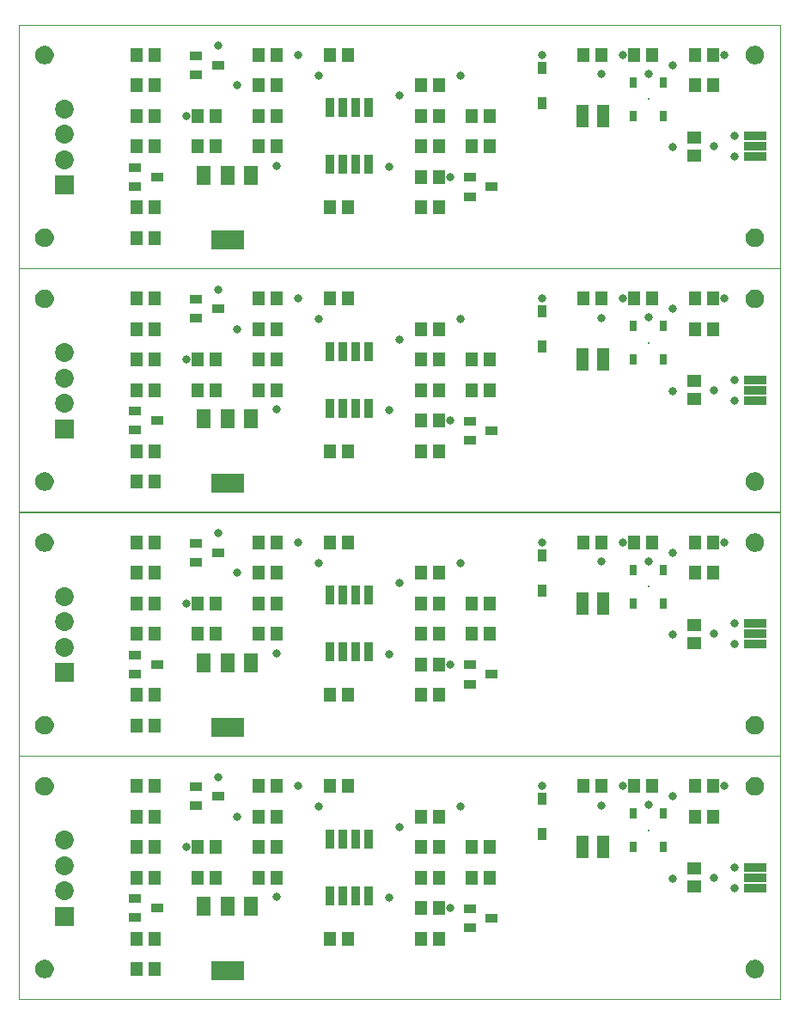
<source format=gts>
G04 Layer_Color=8388736*
%FSLAX25Y25*%
%MOIN*%
G70*
G01*
G75*
%ADD22C,0.00100*%
%ADD27R,0.03300X0.07800*%
%ADD28R,0.02500X0.04000*%
%ADD29P,0.00974X8X22.5*%
%ADD30R,0.12600X0.07300*%
%ADD31R,0.05300X0.07300*%
%ADD32R,0.04800X0.03300*%
%ADD33R,0.05800X0.04800*%
%ADD34R,0.04800X0.05800*%
%ADD35R,0.03400X0.04600*%
%ADD36R,0.04800X0.08800*%
%ADD37R,0.07300X0.07300*%
%ADD38C,0.07300*%
%ADD39R,0.08800X0.03200*%
%ADD40C,0.03200*%
G36*
X723493Y452286D02*
X724149Y452014D01*
X724740Y451620D01*
X725242Y451118D01*
X725636Y450527D01*
X725908Y449871D01*
X726047Y449174D01*
Y448819D01*
Y448464D01*
X725908Y447767D01*
X725636Y447111D01*
X725242Y446520D01*
X724740Y446018D01*
X724149Y445623D01*
X723493Y445352D01*
X722796Y445213D01*
X722086D01*
X721389Y445352D01*
X720733Y445623D01*
X720142Y446018D01*
X719640Y446520D01*
X719245Y447111D01*
X718974Y447767D01*
X718835Y448464D01*
Y448819D01*
Y449174D01*
X718974Y449871D01*
X719245Y450527D01*
X719640Y451118D01*
X720142Y451620D01*
X720733Y452014D01*
X721389Y452286D01*
X722086Y452425D01*
X722796D01*
X723493Y452286D01*
D02*
G37*
G36*
X447902D02*
X448558Y452014D01*
X449149Y451620D01*
X449651Y451118D01*
X450046Y450527D01*
X450318Y449871D01*
X450456Y449174D01*
Y448819D01*
Y448464D01*
X450318Y447767D01*
X450046Y447111D01*
X449651Y446520D01*
X449149Y446018D01*
X448558Y445623D01*
X447902Y445352D01*
X447205Y445213D01*
X446495D01*
X445799Y445352D01*
X445142Y445623D01*
X444552Y446018D01*
X444050Y446520D01*
X443655Y447111D01*
X443383Y447767D01*
X443245Y448464D01*
Y448819D01*
Y449174D01*
X443383Y449871D01*
X443655Y450527D01*
X444050Y451118D01*
X444552Y451620D01*
X445142Y452014D01*
X445799Y452286D01*
X446495Y452425D01*
X447205D01*
X447902Y452286D01*
D02*
G37*
G36*
X723493Y381420D02*
X724149Y381148D01*
X724740Y380754D01*
X725242Y380251D01*
X725636Y379661D01*
X725908Y379005D01*
X726047Y378308D01*
Y377953D01*
Y377598D01*
X725908Y376901D01*
X725636Y376245D01*
X725242Y375654D01*
X724740Y375152D01*
X724149Y374757D01*
X723493Y374485D01*
X722796Y374347D01*
X722086D01*
X721389Y374485D01*
X720733Y374757D01*
X720142Y375152D01*
X719640Y375654D01*
X719245Y376245D01*
X718974Y376901D01*
X718835Y377598D01*
Y377953D01*
Y378308D01*
X718974Y379005D01*
X719245Y379661D01*
X719640Y380251D01*
X720142Y380754D01*
X720733Y381148D01*
X721389Y381420D01*
X722086Y381559D01*
X722796D01*
X723493Y381420D01*
D02*
G37*
G36*
X447902D02*
X448558Y381148D01*
X449149Y380754D01*
X449651Y380251D01*
X450046Y379661D01*
X450318Y379005D01*
X450456Y378308D01*
Y377953D01*
Y377598D01*
X450318Y376901D01*
X450046Y376245D01*
X449651Y375654D01*
X449149Y375152D01*
X448558Y374757D01*
X447902Y374485D01*
X447205Y374347D01*
X446495D01*
X445799Y374485D01*
X445142Y374757D01*
X444552Y375152D01*
X444050Y375654D01*
X443655Y376245D01*
X443383Y376901D01*
X443245Y377598D01*
Y377953D01*
Y378308D01*
X443383Y379005D01*
X443655Y379661D01*
X444050Y380251D01*
X444552Y380754D01*
X445142Y381148D01*
X445799Y381420D01*
X446495Y381559D01*
X447205D01*
X447902Y381420D01*
D02*
G37*
G36*
X723493Y357786D02*
X724149Y357514D01*
X724740Y357120D01*
X725242Y356617D01*
X725636Y356027D01*
X725908Y355371D01*
X726047Y354674D01*
Y354319D01*
Y353964D01*
X725908Y353267D01*
X725636Y352611D01*
X725242Y352020D01*
X724740Y351518D01*
X724149Y351123D01*
X723493Y350852D01*
X722796Y350713D01*
X722086D01*
X721389Y350852D01*
X720733Y351123D01*
X720142Y351518D01*
X719640Y352020D01*
X719245Y352611D01*
X718974Y353267D01*
X718835Y353964D01*
Y354319D01*
Y354674D01*
X718974Y355371D01*
X719245Y356027D01*
X719640Y356617D01*
X720142Y357120D01*
X720733Y357514D01*
X721389Y357786D01*
X722086Y357925D01*
X722796D01*
X723493Y357786D01*
D02*
G37*
G36*
X447902D02*
X448558Y357514D01*
X449149Y357120D01*
X449651Y356617D01*
X450046Y356027D01*
X450318Y355371D01*
X450456Y354674D01*
Y354319D01*
Y353964D01*
X450318Y353267D01*
X450046Y352611D01*
X449651Y352020D01*
X449149Y351518D01*
X448558Y351123D01*
X447902Y350852D01*
X447205Y350713D01*
X446495D01*
X445799Y350852D01*
X445142Y351123D01*
X444552Y351518D01*
X444050Y352020D01*
X443655Y352611D01*
X443383Y353267D01*
X443245Y353964D01*
Y354319D01*
Y354674D01*
X443383Y355371D01*
X443655Y356027D01*
X444050Y356617D01*
X444552Y357120D01*
X445142Y357514D01*
X445799Y357786D01*
X446495Y357925D01*
X447205D01*
X447902Y357786D01*
D02*
G37*
G36*
X723493Y286920D02*
X724149Y286648D01*
X724740Y286254D01*
X725242Y285751D01*
X725636Y285161D01*
X725908Y284505D01*
X726047Y283808D01*
Y283453D01*
Y283098D01*
X725908Y282401D01*
X725636Y281745D01*
X725242Y281154D01*
X724740Y280652D01*
X724149Y280257D01*
X723493Y279985D01*
X722796Y279847D01*
X722086D01*
X721389Y279985D01*
X720733Y280257D01*
X720142Y280652D01*
X719640Y281154D01*
X719245Y281745D01*
X718974Y282401D01*
X718835Y283098D01*
Y283453D01*
Y283808D01*
X718974Y284505D01*
X719245Y285161D01*
X719640Y285751D01*
X720142Y286254D01*
X720733Y286648D01*
X721389Y286920D01*
X722086Y287059D01*
X722796D01*
X723493Y286920D01*
D02*
G37*
G36*
X447902D02*
X448558Y286648D01*
X449149Y286254D01*
X449651Y285751D01*
X450046Y285161D01*
X450318Y284505D01*
X450456Y283808D01*
Y283453D01*
Y283098D01*
X450318Y282401D01*
X450046Y281745D01*
X449651Y281154D01*
X449149Y280652D01*
X448558Y280257D01*
X447902Y279985D01*
X447205Y279847D01*
X446495D01*
X445799Y279985D01*
X445142Y280257D01*
X444552Y280652D01*
X444050Y281154D01*
X443655Y281745D01*
X443383Y282401D01*
X443245Y283098D01*
Y283453D01*
Y283808D01*
X443383Y284505D01*
X443655Y285161D01*
X444050Y285751D01*
X444552Y286254D01*
X445142Y286648D01*
X445799Y286920D01*
X446495Y287059D01*
X447205D01*
X447902Y286920D01*
D02*
G37*
G36*
X723493Y263286D02*
X724149Y263014D01*
X724740Y262620D01*
X725242Y262118D01*
X725636Y261527D01*
X725908Y260871D01*
X726047Y260174D01*
Y259819D01*
Y259464D01*
X725908Y258767D01*
X725636Y258111D01*
X725242Y257520D01*
X724740Y257018D01*
X724149Y256623D01*
X723493Y256352D01*
X722796Y256213D01*
X722086D01*
X721389Y256352D01*
X720733Y256623D01*
X720142Y257018D01*
X719640Y257520D01*
X719245Y258111D01*
X718974Y258767D01*
X718835Y259464D01*
Y259819D01*
Y260174D01*
X718974Y260871D01*
X719245Y261527D01*
X719640Y262118D01*
X720142Y262620D01*
X720733Y263014D01*
X721389Y263286D01*
X722086Y263425D01*
X722796D01*
X723493Y263286D01*
D02*
G37*
G36*
X447902D02*
X448558Y263014D01*
X449149Y262620D01*
X449651Y262118D01*
X450046Y261527D01*
X450318Y260871D01*
X450456Y260174D01*
Y259819D01*
Y259464D01*
X450318Y258767D01*
X450046Y258111D01*
X449651Y257520D01*
X449149Y257018D01*
X448558Y256623D01*
X447902Y256352D01*
X447205Y256213D01*
X446495D01*
X445799Y256352D01*
X445142Y256623D01*
X444552Y257018D01*
X444050Y257520D01*
X443655Y258111D01*
X443383Y258767D01*
X443245Y259464D01*
Y259819D01*
Y260174D01*
X443383Y260871D01*
X443655Y261527D01*
X444050Y262118D01*
X444552Y262620D01*
X445142Y263014D01*
X445799Y263286D01*
X446495Y263425D01*
X447205D01*
X447902Y263286D01*
D02*
G37*
G36*
X723493Y192420D02*
X724149Y192148D01*
X724740Y191754D01*
X725242Y191251D01*
X725636Y190661D01*
X725908Y190005D01*
X726047Y189308D01*
Y188953D01*
Y188598D01*
X725908Y187901D01*
X725636Y187245D01*
X725242Y186654D01*
X724740Y186152D01*
X724149Y185757D01*
X723493Y185485D01*
X722796Y185347D01*
X722086D01*
X721389Y185485D01*
X720733Y185757D01*
X720142Y186152D01*
X719640Y186654D01*
X719245Y187245D01*
X718974Y187901D01*
X718835Y188598D01*
Y188953D01*
Y189308D01*
X718974Y190005D01*
X719245Y190661D01*
X719640Y191251D01*
X720142Y191754D01*
X720733Y192148D01*
X721389Y192420D01*
X722086Y192559D01*
X722796D01*
X723493Y192420D01*
D02*
G37*
G36*
X447902D02*
X448558Y192148D01*
X449149Y191754D01*
X449651Y191251D01*
X450046Y190661D01*
X450318Y190005D01*
X450456Y189308D01*
Y188953D01*
Y188598D01*
X450318Y187901D01*
X450046Y187245D01*
X449651Y186654D01*
X449149Y186152D01*
X448558Y185757D01*
X447902Y185485D01*
X447205Y185347D01*
X446495D01*
X445799Y185485D01*
X445142Y185757D01*
X444552Y186152D01*
X444050Y186654D01*
X443655Y187245D01*
X443383Y187901D01*
X443245Y188598D01*
Y188953D01*
Y189308D01*
X443383Y190005D01*
X443655Y190661D01*
X444050Y191251D01*
X444552Y191754D01*
X445142Y192148D01*
X445799Y192420D01*
X446495Y192559D01*
X447205D01*
X447902Y192420D01*
D02*
G37*
G36*
X723493Y168786D02*
X724149Y168514D01*
X724740Y168120D01*
X725242Y167617D01*
X725636Y167027D01*
X725908Y166371D01*
X726047Y165674D01*
Y165319D01*
Y164964D01*
X725908Y164267D01*
X725636Y163611D01*
X725242Y163020D01*
X724740Y162518D01*
X724149Y162123D01*
X723493Y161852D01*
X722796Y161713D01*
X722086D01*
X721389Y161852D01*
X720733Y162123D01*
X720142Y162518D01*
X719640Y163020D01*
X719245Y163611D01*
X718974Y164267D01*
X718835Y164964D01*
Y165319D01*
Y165674D01*
X718974Y166371D01*
X719245Y167027D01*
X719640Y167617D01*
X720142Y168120D01*
X720733Y168514D01*
X721389Y168786D01*
X722086Y168925D01*
X722796D01*
X723493Y168786D01*
D02*
G37*
G36*
X447902D02*
X448558Y168514D01*
X449149Y168120D01*
X449651Y167617D01*
X450046Y167027D01*
X450318Y166371D01*
X450456Y165674D01*
Y165319D01*
Y164964D01*
X450318Y164267D01*
X450046Y163611D01*
X449651Y163020D01*
X449149Y162518D01*
X448558Y162123D01*
X447902Y161852D01*
X447205Y161713D01*
X446495D01*
X445799Y161852D01*
X445142Y162123D01*
X444552Y162518D01*
X444050Y163020D01*
X443655Y163611D01*
X443383Y164267D01*
X443245Y164964D01*
Y165319D01*
Y165674D01*
X443383Y166371D01*
X443655Y167027D01*
X444050Y167617D01*
X444552Y168120D01*
X445142Y168514D01*
X445799Y168786D01*
X446495Y168925D01*
X447205D01*
X447902Y168786D01*
D02*
G37*
G36*
X723493Y97920D02*
X724149Y97648D01*
X724740Y97254D01*
X725242Y96751D01*
X725636Y96161D01*
X725908Y95505D01*
X726047Y94808D01*
Y94453D01*
Y94098D01*
X725908Y93401D01*
X725636Y92745D01*
X725242Y92154D01*
X724740Y91652D01*
X724149Y91257D01*
X723493Y90985D01*
X722796Y90847D01*
X722086D01*
X721389Y90985D01*
X720733Y91257D01*
X720142Y91652D01*
X719640Y92154D01*
X719245Y92745D01*
X718974Y93401D01*
X718835Y94098D01*
Y94453D01*
Y94808D01*
X718974Y95505D01*
X719245Y96161D01*
X719640Y96751D01*
X720142Y97254D01*
X720733Y97648D01*
X721389Y97920D01*
X722086Y98059D01*
X722796D01*
X723493Y97920D01*
D02*
G37*
G36*
X447902D02*
X448558Y97648D01*
X449149Y97254D01*
X449651Y96751D01*
X450046Y96161D01*
X450318Y95505D01*
X450456Y94808D01*
Y94453D01*
Y94098D01*
X450318Y93401D01*
X450046Y92745D01*
X449651Y92154D01*
X449149Y91652D01*
X448558Y91257D01*
X447902Y90985D01*
X447205Y90847D01*
X446495D01*
X445799Y90985D01*
X445142Y91257D01*
X444552Y91652D01*
X444050Y92154D01*
X443655Y92745D01*
X443383Y93401D01*
X443245Y94098D01*
Y94453D01*
Y94808D01*
X443383Y95505D01*
X443655Y96161D01*
X444050Y96751D01*
X444552Y97254D01*
X445142Y97648D01*
X445799Y97920D01*
X446495Y98059D01*
X447205D01*
X447902Y97920D01*
D02*
G37*
D22*
X437008Y82642D02*
X732283D01*
Y177130D01*
X437008D02*
X732283D01*
X437008Y82642D02*
Y177130D01*
Y177142D02*
X732283D01*
Y271630D01*
X437008D02*
X732283D01*
X437008Y177142D02*
Y271630D01*
Y271642D02*
X732283D01*
Y366130D01*
X437008D02*
X732283D01*
X437008Y271642D02*
Y366130D01*
Y366142D02*
Y460630D01*
X732283D01*
Y366142D02*
Y460630D01*
X437008Y366142D02*
X732283D01*
D27*
X557461Y144823D02*
D03*
X567461Y122823D02*
D03*
X562461D02*
D03*
X572461Y144823D02*
D03*
X567461D02*
D03*
X557461Y122823D02*
D03*
X562461Y144823D02*
D03*
X572461Y122823D02*
D03*
X557461Y239323D02*
D03*
X567461Y217323D02*
D03*
X562461D02*
D03*
X572461Y239323D02*
D03*
X567461D02*
D03*
X557461Y217323D02*
D03*
X562461Y239323D02*
D03*
X572461Y217323D02*
D03*
X557461Y333823D02*
D03*
X567461Y311823D02*
D03*
X562461D02*
D03*
X572461Y333823D02*
D03*
X567461D02*
D03*
X557461Y311823D02*
D03*
X562461Y333823D02*
D03*
X572461Y311823D02*
D03*
X557461Y428323D02*
D03*
X567461Y406323D02*
D03*
X562461D02*
D03*
X572461Y428323D02*
D03*
X567461D02*
D03*
X557461Y406323D02*
D03*
X562461Y428323D02*
D03*
X572461Y406323D02*
D03*
D28*
X686997Y154697D02*
D03*
Y141697D02*
D03*
X675197Y154697D02*
D03*
Y141697D02*
D03*
X686997Y249197D02*
D03*
Y236197D02*
D03*
X675197Y249197D02*
D03*
Y236197D02*
D03*
X686997Y343697D02*
D03*
Y330697D02*
D03*
X675197Y343697D02*
D03*
Y330697D02*
D03*
X686997Y438197D02*
D03*
Y425197D02*
D03*
X675197Y438197D02*
D03*
Y425197D02*
D03*
D29*
X681097Y148197D02*
D03*
Y242697D02*
D03*
Y337197D02*
D03*
Y431697D02*
D03*
D30*
X517756Y93800D02*
D03*
Y188300D02*
D03*
Y282800D02*
D03*
Y377300D02*
D03*
D31*
Y118800D02*
D03*
X508656D02*
D03*
X526856D02*
D03*
X517756Y213300D02*
D03*
X508656D02*
D03*
X526856D02*
D03*
X517756Y307800D02*
D03*
X508656D02*
D03*
X526856D02*
D03*
X517756Y402300D02*
D03*
X508656D02*
D03*
X526856D02*
D03*
D32*
X611892Y117838D02*
D03*
Y110438D02*
D03*
X620392Y114138D02*
D03*
X481971Y121775D02*
D03*
X490471Y118075D02*
D03*
X481971Y114375D02*
D03*
X505592Y165082D02*
D03*
Y157682D02*
D03*
X514092Y161382D02*
D03*
X611892Y212338D02*
D03*
Y204938D02*
D03*
X620392Y208638D02*
D03*
X481971Y216275D02*
D03*
X490471Y212575D02*
D03*
X481971Y208875D02*
D03*
X505592Y259582D02*
D03*
Y252182D02*
D03*
X514092Y255882D02*
D03*
X611892Y306838D02*
D03*
Y299438D02*
D03*
X620392Y303138D02*
D03*
X481971Y310775D02*
D03*
X490471Y307075D02*
D03*
X481971Y303375D02*
D03*
X505592Y354082D02*
D03*
Y346682D02*
D03*
X514092Y350382D02*
D03*
X505592Y448582D02*
D03*
Y441182D02*
D03*
X514092Y444882D02*
D03*
X481971Y405275D02*
D03*
X490471Y401575D02*
D03*
X481971Y397875D02*
D03*
X611892Y401338D02*
D03*
Y393938D02*
D03*
X620392Y397638D02*
D03*
D33*
X698819Y133386D02*
D03*
Y126386D02*
D03*
Y227886D02*
D03*
Y220886D02*
D03*
Y322386D02*
D03*
Y315386D02*
D03*
Y416886D02*
D03*
Y409886D02*
D03*
D34*
X655949Y165319D02*
D03*
X662949D02*
D03*
X513343Y141697D02*
D03*
X506343D02*
D03*
X592957Y118075D02*
D03*
X599957D02*
D03*
X529965Y141697D02*
D03*
X536965D02*
D03*
X699256Y165319D02*
D03*
X706256D02*
D03*
X529965Y129886D02*
D03*
X536965D02*
D03*
X513343D02*
D03*
X506343D02*
D03*
X482721Y165319D02*
D03*
X489720D02*
D03*
X482721Y94453D02*
D03*
X489720D02*
D03*
X536965Y153508D02*
D03*
X529965D02*
D03*
Y165319D02*
D03*
X536965D02*
D03*
X482721Y106264D02*
D03*
X489720D02*
D03*
X599957Y153508D02*
D03*
X592957D02*
D03*
X557524Y165319D02*
D03*
X564524D02*
D03*
X699256Y153508D02*
D03*
X706256D02*
D03*
X592957Y106264D02*
D03*
X599957D02*
D03*
X682634Y165319D02*
D03*
X675634D02*
D03*
X482721Y141697D02*
D03*
X489720D02*
D03*
Y129886D02*
D03*
X482721D02*
D03*
Y153508D02*
D03*
X489720D02*
D03*
X564524Y106264D02*
D03*
X557524D02*
D03*
X619642Y141697D02*
D03*
X612642D02*
D03*
Y129886D02*
D03*
X619642D02*
D03*
X599957Y141697D02*
D03*
X592957D02*
D03*
Y129886D02*
D03*
X599957D02*
D03*
X655949Y259819D02*
D03*
X662949D02*
D03*
X513343Y236197D02*
D03*
X506343D02*
D03*
X592957Y212575D02*
D03*
X599957D02*
D03*
X529965Y236197D02*
D03*
X536965D02*
D03*
X699256Y259819D02*
D03*
X706256D02*
D03*
X529965Y224386D02*
D03*
X536965D02*
D03*
X513343D02*
D03*
X506343D02*
D03*
X482721Y259819D02*
D03*
X489720D02*
D03*
X482721Y188953D02*
D03*
X489720D02*
D03*
X536965Y248008D02*
D03*
X529965D02*
D03*
Y259819D02*
D03*
X536965D02*
D03*
X482721Y200764D02*
D03*
X489720D02*
D03*
X599957Y248008D02*
D03*
X592957D02*
D03*
X557524Y259819D02*
D03*
X564524D02*
D03*
X699256Y248008D02*
D03*
X706256D02*
D03*
X592957Y200764D02*
D03*
X599957D02*
D03*
X682634Y259819D02*
D03*
X675634D02*
D03*
X482721Y236197D02*
D03*
X489720D02*
D03*
Y224386D02*
D03*
X482721D02*
D03*
Y248008D02*
D03*
X489720D02*
D03*
X564524Y200764D02*
D03*
X557524D02*
D03*
X619642Y236197D02*
D03*
X612642D02*
D03*
Y224386D02*
D03*
X619642D02*
D03*
X599957Y236197D02*
D03*
X592957D02*
D03*
Y224386D02*
D03*
X599957D02*
D03*
X655949Y354319D02*
D03*
X662949D02*
D03*
X513343Y330697D02*
D03*
X506343D02*
D03*
X592957Y307075D02*
D03*
X599957D02*
D03*
X529965Y330697D02*
D03*
X536965D02*
D03*
X699256Y354319D02*
D03*
X706256D02*
D03*
X529965Y318886D02*
D03*
X536965D02*
D03*
X513343D02*
D03*
X506343D02*
D03*
X482721Y354319D02*
D03*
X489720D02*
D03*
X482721Y283453D02*
D03*
X489720D02*
D03*
X536965Y342508D02*
D03*
X529965D02*
D03*
Y354319D02*
D03*
X536965D02*
D03*
X482721Y295264D02*
D03*
X489720D02*
D03*
X599957Y342508D02*
D03*
X592957D02*
D03*
X557524Y354319D02*
D03*
X564524D02*
D03*
X699256Y342508D02*
D03*
X706256D02*
D03*
X592957Y295264D02*
D03*
X599957D02*
D03*
X682634Y354319D02*
D03*
X675634D02*
D03*
X482721Y330697D02*
D03*
X489720D02*
D03*
Y318886D02*
D03*
X482721D02*
D03*
Y342508D02*
D03*
X489720D02*
D03*
X564524Y295264D02*
D03*
X557524D02*
D03*
X619642Y330697D02*
D03*
X612642D02*
D03*
Y318886D02*
D03*
X619642D02*
D03*
X599957Y330697D02*
D03*
X592957D02*
D03*
Y318886D02*
D03*
X599957D02*
D03*
X592957Y413386D02*
D03*
X599957D02*
D03*
Y425197D02*
D03*
X592957D02*
D03*
X612642Y413386D02*
D03*
X619642D02*
D03*
Y425197D02*
D03*
X612642D02*
D03*
X564524Y389764D02*
D03*
X557524D02*
D03*
X482721Y437008D02*
D03*
X489720D02*
D03*
Y413386D02*
D03*
X482721D02*
D03*
Y425197D02*
D03*
X489720D02*
D03*
X682634Y448819D02*
D03*
X675634D02*
D03*
X592957Y389764D02*
D03*
X599957D02*
D03*
X699256Y437008D02*
D03*
X706256D02*
D03*
X557524Y448819D02*
D03*
X564524D02*
D03*
X599957Y437008D02*
D03*
X592957D02*
D03*
X482721Y389764D02*
D03*
X489720D02*
D03*
X529965Y448819D02*
D03*
X536965D02*
D03*
Y437008D02*
D03*
X529965D02*
D03*
X482721Y377953D02*
D03*
X489720D02*
D03*
X482721Y448819D02*
D03*
X489720D02*
D03*
X513343Y413386D02*
D03*
X506343D02*
D03*
X529965D02*
D03*
X536965D02*
D03*
X699256Y448819D02*
D03*
X706256D02*
D03*
X529965Y425197D02*
D03*
X536965D02*
D03*
X592957Y401575D02*
D03*
X599957D02*
D03*
X513343Y425197D02*
D03*
X506343D02*
D03*
X655949Y448819D02*
D03*
X662949D02*
D03*
D35*
X639764Y160349D02*
D03*
Y146667D02*
D03*
Y254849D02*
D03*
Y241167D02*
D03*
Y349349D02*
D03*
Y335667D02*
D03*
Y443849D02*
D03*
Y430167D02*
D03*
D36*
X663449Y141697D02*
D03*
X655449D02*
D03*
X663449Y236197D02*
D03*
X655449D02*
D03*
X663449Y330697D02*
D03*
X655449D02*
D03*
X663449Y425197D02*
D03*
X655449D02*
D03*
D37*
X454724Y114886D02*
D03*
Y209386D02*
D03*
Y303886D02*
D03*
Y398386D02*
D03*
D38*
Y124729D02*
D03*
Y144414D02*
D03*
Y134571D02*
D03*
Y219229D02*
D03*
Y238914D02*
D03*
Y229071D02*
D03*
Y313729D02*
D03*
Y333414D02*
D03*
Y323571D02*
D03*
Y408229D02*
D03*
Y427914D02*
D03*
Y418071D02*
D03*
D39*
X722441Y133823D02*
D03*
Y129886D02*
D03*
Y125949D02*
D03*
Y228323D02*
D03*
Y224386D02*
D03*
Y220449D02*
D03*
Y322823D02*
D03*
Y318886D02*
D03*
Y314949D02*
D03*
Y417323D02*
D03*
Y413386D02*
D03*
Y409449D02*
D03*
D40*
X710630Y165319D02*
D03*
X681097Y157997D02*
D03*
X536965Y122449D02*
D03*
X604331Y118075D02*
D03*
X580709Y122012D02*
D03*
X584646Y149571D02*
D03*
X662949Y157882D02*
D03*
X501968Y141697D02*
D03*
X671260Y165319D02*
D03*
X639764D02*
D03*
X514092Y168943D02*
D03*
X545276Y165319D02*
D03*
X714567Y125949D02*
D03*
X706693Y129886D02*
D03*
X690582Y129523D02*
D03*
Y161382D02*
D03*
X714567Y133823D02*
D03*
X521654Y153508D02*
D03*
X553150Y157445D02*
D03*
X608268D02*
D03*
X710630Y259819D02*
D03*
X681097Y252497D02*
D03*
X536965Y216949D02*
D03*
X604331Y212575D02*
D03*
X580709Y216512D02*
D03*
X584646Y244071D02*
D03*
X662949Y252382D02*
D03*
X501968Y236197D02*
D03*
X671260Y259819D02*
D03*
X639764D02*
D03*
X514092Y263443D02*
D03*
X545276Y259819D02*
D03*
X714567Y220449D02*
D03*
X706693Y224386D02*
D03*
X690582Y224023D02*
D03*
Y255882D02*
D03*
X714567Y228323D02*
D03*
X521654Y248008D02*
D03*
X553150Y251945D02*
D03*
X608268D02*
D03*
X710630Y354319D02*
D03*
X681097Y346997D02*
D03*
X536965Y311449D02*
D03*
X604331Y307075D02*
D03*
X580709Y311012D02*
D03*
X584646Y338571D02*
D03*
X662949Y346882D02*
D03*
X501968Y330697D02*
D03*
X671260Y354319D02*
D03*
X639764D02*
D03*
X514092Y357943D02*
D03*
X545276Y354319D02*
D03*
X714567Y314949D02*
D03*
X706693Y318886D02*
D03*
X690582Y318523D02*
D03*
Y350382D02*
D03*
X714567Y322823D02*
D03*
X521654Y342508D02*
D03*
X553150Y346445D02*
D03*
X608268D02*
D03*
Y440945D02*
D03*
X553150D02*
D03*
X521654Y437008D02*
D03*
X714567Y417323D02*
D03*
X690582Y444882D02*
D03*
Y413023D02*
D03*
X706693Y413386D02*
D03*
X714567Y409449D02*
D03*
X545276Y448819D02*
D03*
X514092Y452443D02*
D03*
X639764Y448819D02*
D03*
X671260D02*
D03*
X501968Y425197D02*
D03*
X662949Y441382D02*
D03*
X584646Y433071D02*
D03*
X580709Y405512D02*
D03*
X604331Y401575D02*
D03*
X536965Y405949D02*
D03*
X681097Y441497D02*
D03*
X710630Y448819D02*
D03*
M02*

</source>
